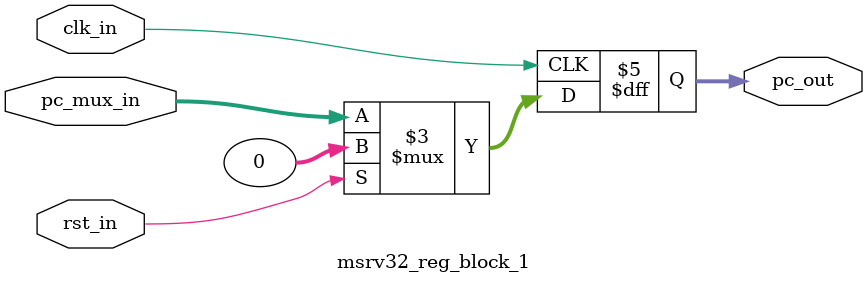
<source format=v>
module msrv32_reg_block_1 (input clk_in, rst_in,
									input [31:0] pc_mux_in,
									
									output reg [31:0] pc_out);

parameter BOOT_ADDRESS = 0;

always @(posedge clk_in)
begin
	if(rst_in)
		pc_out <= BOOT_ADDRESS;
	else
		pc_out <= pc_mux_in;
end

endmodule
</source>
